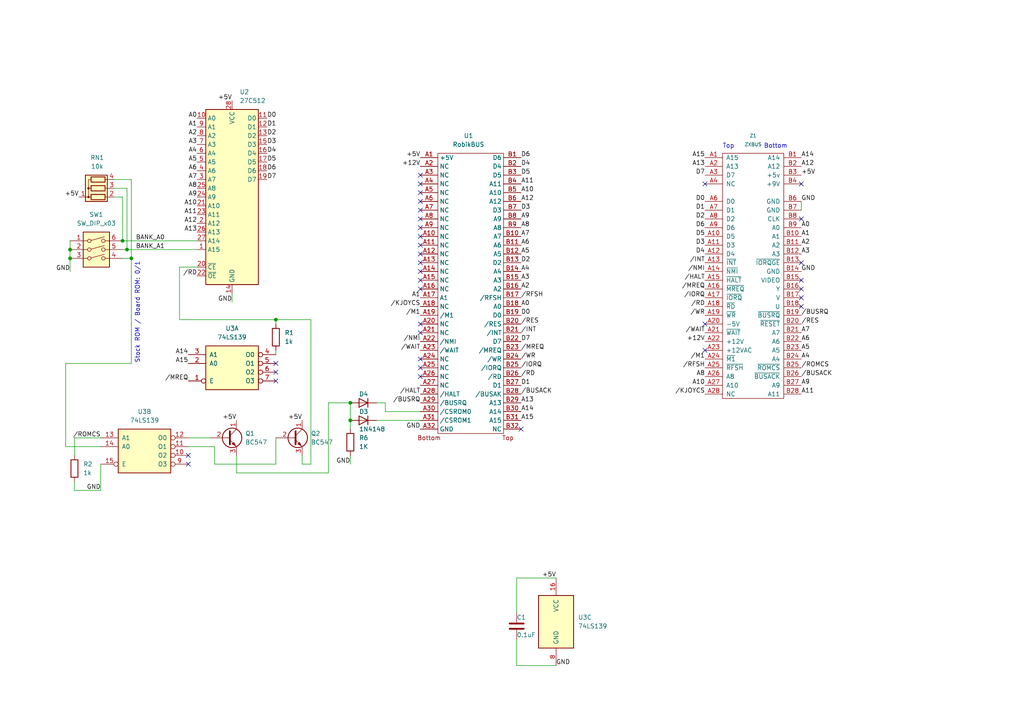
<source format=kicad_sch>
(kicad_sch (version 20230121) (generator eeschema)
  (paper "A4")
  (lib_symbols
    (symbol "74xx:74LS139" (pin_names (offset 1.016))
      (property "Reference" "U" (at -7.62 8.89 0))
      (property "Value" "74LS139" (at -7.62 -8.89 0))
      (symbol "74LS139_1_0"
        (pin input inverted (at -12.7 -5.08 0) (length 5.08) (name "E") (number "1"))
        (pin input line (at -12.7 0 0) (length 5.08) (name "A0") (number "2"))
        (pin input line (at -12.7 2.54 0) (length 5.08) (name "A1") (number "3"))
        (pin output inverted (at 12.7 2.54 180) (length 5.08) (name "O0") (number "4"))
        (pin output inverted (at 12.7 0 180) (length 5.08) (name "O1") (number "5"))
        (pin output inverted (at 12.7 -2.54 180) (length 5.08) (name "O2") (number "6"))
        (pin output inverted (at 12.7 -5.08 180) (length 5.08) (name "O3") (number "7"))
      )
      (symbol "74LS139_1_1"
        (rectangle (start -7.62 5.08) (end 7.62 -7.62) (stroke (width 0.254)) (fill (type background)))
      )
      (symbol "74LS139_2_0"
        (pin output inverted (at 12.7 -2.54 180) (length 5.08) (name "O2") (number "10"))
        (pin output inverted (at 12.7 0 180) (length 5.08) (name "O1") (number "11"))
        (pin output inverted (at 12.7 2.54 180) (length 5.08) (name "O0") (number "12"))
        (pin input line (at -12.7 2.54 0) (length 5.08) (name "A1") (number "13"))
        (pin input line (at -12.7 0 0) (length 5.08) (name "A0") (number "14"))
        (pin input inverted (at -12.7 -5.08 0) (length 5.08) (name "E") (number "15"))
        (pin output inverted (at 12.7 -5.08 180) (length 5.08) (name "O3") (number "9"))
      )
      (symbol "74LS139_2_1"
        (rectangle (start -7.62 5.08) (end 7.62 -7.62) (stroke (width 0.254)) (fill (type background)))
      )
      (symbol "74LS139_3_0"
        (pin power_in line (at 0 12.7 270) (length 5.08) (name "VCC") (number "16"))
        (pin power_in line (at 0 -12.7 90) (length 5.08) (name "GND") (number "8"))
      )
      (symbol "74LS139_3_1"
        (rectangle (start -5.08 7.62) (end 5.08 -7.62) (stroke (width 0.254)) (fill (type background)))
      )
    )
    (symbol "Device:C" (pin_numbers hide) (pin_names (offset 0.254))
      (property "Reference" "C" (at 0.635 2.54 0))
      (property "Value" "C" (at 0.635 -2.54 0))
      (symbol "C_0_1"
        (polyline (pts (xy -2.032 -0.762) (xy 2.032 -0.762)) (stroke (width 0.508)))
        (polyline (pts (xy -2.032 0.762) (xy 2.032 0.762)) (stroke (width 0.508)))
      )
      (symbol "C_1_1"
        (pin passive line (at 0 3.81 270) (length 2.794) (name "~") (number "1"))
        (pin passive line (at 0 -3.81 90) (length 2.794) (name "~") (number "2"))
      )
    )
    (symbol "Device:R" (pin_numbers hide) (pin_names (offset 0))
      (property "Reference" "R" (at 2.032 0 90))
      (property "Value" "R" (at 0 0 90))
      (symbol "R_0_1"
        (rectangle (start -1.016 -2.54) (end 1.016 2.54) (stroke (width 0.254)))
      )
      (symbol "R_1_1"
        (pin passive line (at 0 3.81 270) (length 1.27) (name "~") (number "1"))
        (pin passive line (at 0 -3.81 90) (length 1.27) (name "~") (number "2"))
      )
    )
    (symbol "Device:R_Network03" (pin_names (offset 0) hide)
      (property "Reference" "RN" (at -5.08 0 90))
      (property "Value" "R_Network03" (at 5.08 0 90))
      (symbol "R_Network03_0_1"
        (rectangle (start -3.81 -3.175) (end 3.81 3.175) (stroke (width 0.254)) (fill (type background)))
        (rectangle (start -3.302 1.524) (end -1.778 -2.54) (stroke (width 0.254)))
        (circle (center -2.54 2.286) (radius 0.254) (fill (type outline)))
        (rectangle (start -0.762 1.524) (end 0.762 -2.54) (stroke (width 0.254)))
        (polyline (pts (xy -2.54 -2.54) (xy -2.54 -3.81)))
        (polyline (pts (xy 0 -2.54) (xy 0 -3.81)))
        (polyline (pts (xy 2.54 -2.54) (xy 2.54 -3.81)))
        (polyline (pts (xy -2.54 1.524) (xy -2.54 2.286) (xy 0 2.286) (xy 0 1.524)))
        (polyline (pts (xy 0 1.524) (xy 0 2.286) (xy 2.54 2.286) (xy 2.54 1.524)))
        (circle (center 0 2.286) (radius 0.254) (fill (type outline)))
        (rectangle (start 1.778 1.524) (end 3.302 -2.54) (stroke (width 0.254)))
      )
      (symbol "R_Network03_1_1"
        (pin passive line (at -2.54 5.08 270) (length 2.54) (name "common") (number "1"))
        (pin passive line (at -2.54 -5.08 90) (length 1.27) (name "R1") (number "2"))
        (pin passive line (at 0 -5.08 90) (length 1.27) (name "R2") (number "3"))
        (pin passive line (at 2.54 -5.08 90) (length 1.27) (name "R3") (number "4"))
      )
    )
    (symbol "Diode:1N4148" (pin_numbers hide) (pin_names hide)
      (property "Reference" "D" (at 0 2.54 0))
      (property "Value" "1N4148" (at 0 -2.54 0))
      (symbol "1N4148_0_1"
        (polyline (pts (xy -1.27 1.27) (xy -1.27 -1.27)) (stroke (width 0.254)))
        (polyline (pts (xy 1.27 0) (xy -1.27 0)))
        (polyline (pts (xy 1.27 1.27) (xy 1.27 -1.27) (xy -1.27 0) (xy 1.27 1.27)) (stroke (width 0.254)))
      )
      (symbol "1N4148_1_1"
        (pin passive line (at -3.81 0 0) (length 2.54) (name "K") (number "1"))
        (pin passive line (at 3.81 0 180) (length 2.54) (name "A") (number "2"))
      )
    )
    (symbol "Memory_EPROM:27C512"
      (property "Reference" "U" (at -7.62 26.67 0))
      (property "Value" "27C512" (at 2.54 -26.67 0))
      (symbol "27C512_1_1"
        (rectangle (start -7.62 25.4) (end 7.62 -25.4) (stroke (width 0.254)) (fill (type background)))
        (pin input line (at -10.16 -15.24 0) (length 2.54) (name "A15") (number "1"))
        (pin input line (at -10.16 22.86 0) (length 2.54) (name "A0") (number "10"))
        (pin tri_state line (at 10.16 22.86 180) (length 2.54) (name "D0") (number "11"))
        (pin tri_state line (at 10.16 20.32 180) (length 2.54) (name "D1") (number "12"))
        (pin tri_state line (at 10.16 17.78 180) (length 2.54) (name "D2") (number "13"))
        (pin power_in line (at 0 -27.94 90) (length 2.54) (name "GND") (number "14"))
        (pin tri_state line (at 10.16 15.24 180) (length 2.54) (name "D3") (number "15"))
        (pin tri_state line (at 10.16 12.7 180) (length 2.54) (name "D4") (number "16"))
        (pin tri_state line (at 10.16 10.16 180) (length 2.54) (name "D5") (number "17"))
        (pin tri_state line (at 10.16 7.62 180) (length 2.54) (name "D6") (number "18"))
        (pin tri_state line (at 10.16 5.08 180) (length 2.54) (name "D7") (number "19"))
        (pin input line (at -10.16 -7.62 0) (length 2.54) (name "A12") (number "2"))
        (pin input line (at -10.16 -20.32 0) (length 2.54) (name "~{CE}") (number "20"))
        (pin input line (at -10.16 -2.54 0) (length 2.54) (name "A10") (number "21"))
        (pin input line (at -10.16 -22.86 0) (length 2.54) (name "~{OE}") (number "22"))
        (pin input line (at -10.16 -5.08 0) (length 2.54) (name "A11") (number "23"))
        (pin input line (at -10.16 0 0) (length 2.54) (name "A9") (number "24"))
        (pin input line (at -10.16 2.54 0) (length 2.54) (name "A8") (number "25"))
        (pin input line (at -10.16 -10.16 0) (length 2.54) (name "A13") (number "26"))
        (pin input line (at -10.16 -12.7 0) (length 2.54) (name "A14") (number "27"))
        (pin power_in line (at 0 27.94 270) (length 2.54) (name "VCC") (number "28"))
        (pin input line (at -10.16 5.08 0) (length 2.54) (name "A7") (number "3"))
        (pin input line (at -10.16 7.62 0) (length 2.54) (name "A6") (number "4"))
        (pin input line (at -10.16 10.16 0) (length 2.54) (name "A5") (number "5"))
        (pin input line (at -10.16 12.7 0) (length 2.54) (name "A4") (number "6"))
        (pin input line (at -10.16 15.24 0) (length 2.54) (name "A3") (number "7"))
        (pin input line (at -10.16 17.78 0) (length 2.54) (name "A2") (number "8"))
        (pin input line (at -10.16 20.32 0) (length 2.54) (name "A1") (number "9"))
      )
    )
    (symbol "Switch:SW_DIP_x03" (pin_names (offset 0) hide)
      (property "Reference" "SW" (at 0 8.89 0))
      (property "Value" "SW_DIP_x03" (at 0 -3.81 0))
      (symbol "SW_DIP_x03_0_0"
        (circle (center -2.032 0) (radius 0.508))
        (circle (center -2.032 2.54) (radius 0.508))
        (circle (center -2.032 5.08) (radius 0.508))
        (polyline (pts (xy -1.524 0.127) (xy 2.3622 1.1684)))
        (polyline (pts (xy -1.524 2.667) (xy 2.3622 3.7084)))
        (polyline (pts (xy -1.524 5.207) (xy 2.3622 6.2484)))
        (circle (center 2.032 0) (radius 0.508))
        (circle (center 2.032 2.54) (radius 0.508))
        (circle (center 2.032 5.08) (radius 0.508))
      )
      (symbol "SW_DIP_x03_0_1"
        (rectangle (start -3.81 7.62) (end 3.81 -2.54) (stroke (width 0.254)) (fill (type background)))
      )
      (symbol "SW_DIP_x03_1_1"
        (pin passive line (at -7.62 5.08 0) (length 5.08) (name "~") (number "1"))
        (pin passive line (at -7.62 2.54 0) (length 5.08) (name "~") (number "2"))
        (pin passive line (at -7.62 0 0) (length 5.08) (name "~") (number "3"))
        (pin passive line (at 7.62 0 180) (length 5.08) (name "~") (number "4"))
        (pin passive line (at 7.62 2.54 180) (length 5.08) (name "~") (number "5"))
        (pin passive line (at 7.62 5.08 180) (length 5.08) (name "~") (number "6"))
      )
    )
    (symbol "Transistor_BJT:BC547" (pin_names (offset 0) hide)
      (property "Reference" "Q" (at 5.08 1.905 0))
      (property "Value" "BC547" (at 5.08 0 0))
      (symbol "BC547_0_1"
        (polyline (pts (xy 0 0) (xy 0.635 0)))
        (polyline (pts (xy 0.635 0.635) (xy 2.54 2.54)))
        (polyline (pts (xy 0.635 -0.635) (xy 2.54 -2.54) (xy 2.54 -2.54)))
        (polyline (pts (xy 0.635 1.905) (xy 0.635 -1.905) (xy 0.635 -1.905)) (stroke (width 0.508)))
        (polyline (pts (xy 1.27 -1.778) (xy 1.778 -1.27) (xy 2.286 -2.286) (xy 1.27 -1.778) (xy 1.27 -1.778)) (fill (type outline)))
        (circle (center 1.27 0) (radius 2.8194) (stroke (width 0.254)))
      )
      (symbol "BC547_1_1"
        (pin passive line (at 2.54 5.08 270) (length 2.54) (name "C") (number "1"))
        (pin input line (at -5.08 0 0) (length 5.08) (name "B") (number "2"))
        (pin passive line (at 2.54 -5.08 90) (length 2.54) (name "E") (number "3"))
      )
    )
    (symbol "ZXBUS:ZXBUS" (pin_names (offset 1.016))
      (property "Reference" "Z" (at 0 83.82 0))
      (property "Value" "ZXBUS" (at 0 86.36 0))
      (symbol "ZXBUS_0_0"
        (rectangle (start 0 82.55) (end 17.78 11.43))
      )
      (symbol "ZXBUS_1_1"
        (pin input line (at -5.08 81.28 0) (length 5.08) (name "A15") (number "A1"))
        (pin input line (at -5.08 58.42 0) (length 5.08) (name "D5") (number "A10"))
        (pin input line (at -5.08 55.88 0) (length 5.08) (name "D3") (number "A11"))
        (pin input line (at -5.08 53.34 0) (length 5.08) (name "D4") (number "A12"))
        (pin input line (at -5.08 50.8 0) (length 5.08) (name "~{INT}") (number "A13"))
        (pin input line (at -5.08 48.26 0) (length 5.08) (name "~{NMI}") (number "A14"))
        (pin input line (at -5.08 45.72 0) (length 5.08) (name "~{HALT}") (number "A15"))
        (pin input line (at -5.08 43.18 0) (length 5.08) (name "~{MREQ}") (number "A16"))
        (pin input line (at -5.08 40.64 0) (length 5.08) (name "~{IORQ}") (number "A17"))
        (pin input line (at -5.08 38.1 0) (length 5.08) (name "~{RD}") (number "A18"))
        (pin input line (at -5.08 35.56 0) (length 5.08) (name "~{WR}") (number "A19"))
        (pin input line (at -5.08 78.74 0) (length 5.08) (name "A13") (number "A2"))
        (pin input line (at -5.08 33.02 0) (length 5.08) (name "-5V") (number "A20"))
        (pin input line (at -5.08 30.48 0) (length 5.08) (name "~{WAIT}") (number "A21"))
        (pin input line (at -5.08 27.94 0) (length 5.08) (name "+12V") (number "A22"))
        (pin input line (at -5.08 25.4 0) (length 5.08) (name "+12VAC") (number "A23"))
        (pin input line (at -5.08 22.86 0) (length 5.08) (name "~{M1}") (number "A24"))
        (pin input line (at -5.08 20.32 0) (length 5.08) (name "~{RFSH}") (number "A25"))
        (pin input line (at -5.08 17.78 0) (length 5.08) (name "A8") (number "A26"))
        (pin input line (at -5.08 15.24 0) (length 5.08) (name "A10") (number "A27"))
        (pin input line (at -5.08 12.7 0) (length 5.08) (name "NC") (number "A28"))
        (pin input line (at -5.08 76.2 0) (length 5.08) (name "D7") (number "A3"))
        (pin input line (at -5.08 73.66 0) (length 5.08) (name "NC") (number "A4"))
        (pin input line (at -5.08 68.58 0) (length 5.08) (name "D0") (number "A6"))
        (pin input line (at -5.08 66.04 0) (length 5.08) (name "D1") (number "A7"))
        (pin input line (at -5.08 63.5 0) (length 5.08) (name "D2") (number "A8"))
        (pin input line (at -5.08 60.96 0) (length 5.08) (name "D6") (number "A9"))
        (pin input line (at 22.86 81.28 180) (length 5.08) (name "A14") (number "B1"))
        (pin input line (at 22.86 58.42 180) (length 5.08) (name "A1") (number "B10"))
        (pin input line (at 22.86 55.88 180) (length 5.08) (name "A2") (number "B11"))
        (pin input line (at 22.86 53.34 180) (length 5.08) (name "A3") (number "B12"))
        (pin input line (at 22.86 50.8 180) (length 5.08) (name "~{IORQGE}") (number "B13"))
        (pin input line (at 22.86 48.26 180) (length 5.08) (name "GND") (number "B14"))
        (pin input line (at 22.86 45.72 180) (length 5.08) (name "VIDEO") (number "B15"))
        (pin input line (at 22.86 43.18 180) (length 5.08) (name "Y") (number "B16"))
        (pin input line (at 22.86 40.64 180) (length 5.08) (name "V") (number "B17"))
        (pin input line (at 22.86 38.1 180) (length 5.08) (name "U") (number "B18"))
        (pin input line (at 22.86 35.56 180) (length 5.08) (name "~{BUSRQ}") (number "B19"))
        (pin input line (at 22.86 78.74 180) (length 5.08) (name "A12") (number "B2"))
        (pin input line (at 22.86 33.02 180) (length 5.08) (name "~{RESET}") (number "B20"))
        (pin input line (at 22.86 30.48 180) (length 5.08) (name "A7") (number "B21"))
        (pin input line (at 22.86 27.94 180) (length 5.08) (name "A6") (number "B22"))
        (pin input line (at 22.86 25.4 180) (length 5.08) (name "A5") (number "B23"))
        (pin input line (at 22.86 22.86 180) (length 5.08) (name "A4") (number "B24"))
        (pin input line (at 22.86 20.32 180) (length 5.08) (name "~{ROMCS}") (number "B25"))
        (pin input line (at 22.86 17.78 180) (length 5.08) (name "~{BUSACK}") (number "B26"))
        (pin input line (at 22.86 15.24 180) (length 5.08) (name "A9") (number "B27"))
        (pin input line (at 22.86 12.7 180) (length 5.08) (name "A11") (number "B28"))
        (pin input line (at 22.86 76.2 180) (length 5.08) (name "+5v") (number "B3"))
        (pin input line (at 22.86 73.66 180) (length 5.08) (name "+9V") (number "B4"))
        (pin input line (at 22.86 68.58 180) (length 5.08) (name "GND") (number "B6"))
        (pin input line (at 22.86 66.04 180) (length 5.08) (name "GND") (number "B7"))
        (pin input line (at 22.86 63.5 180) (length 5.08) (name "CLK") (number "B8"))
        (pin input line (at 22.86 60.96 180) (length 5.08) (name "A0") (number "B9"))
      )
    )
    (symbol "robikbus:RobikBUS"
      (property "Reference" "U" (at 19.05 86.36 0))
      (symbol "RobikBUS_0_1"
        (rectangle (start 17.78 83.82) (end 36.83 2.54))
      )
      (symbol "RobikBUS_1_1"
        (text "Bottom" (at 15.24 1.27 0) (effects (font (size 1.27 1.27))))
        (text "Top" (at 38.1 1.27 0) (effects (font (size 1.27 1.27))))
        (pin power_out line (at 12.7 82.55 0) (length 5.08) (name "+5V") (number "A1"))
        (pin free line (at 12.7 59.69 0) (length 5.08) (name "NC") (number "A10"))
        (pin free line (at 12.7 57.15 0) (length 5.08) (name "NC") (number "A11"))
        (pin free line (at 12.7 54.61 0) (length 5.08) (name "NC") (number "A12"))
        (pin free line (at 12.7 52.07 0) (length 5.08) (name "NC") (number "A13"))
        (pin free line (at 12.7 49.53 0) (length 5.08) (name "NC") (number "A14"))
        (pin free line (at 12.7 46.99 0) (length 5.08) (name "NC") (number "A15"))
        (pin free line (at 12.7 44.45 0) (length 5.08) (name "NC") (number "A16"))
        (pin output line (at 12.7 41.91 0) (length 5.08) (name "A1") (number "A17"))
        (pin free line (at 12.7 39.37 0) (length 5.08) (name "NC") (number "A18"))
        (pin output line (at 12.7 36.83 0) (length 5.08) (name "/M1") (number "A19"))
        (pin free line (at 12.7 80.01 0) (length 5.08) (name "NC") (number "A2"))
        (pin free line (at 12.7 34.29 0) (length 5.08) (name "NC") (number "A20"))
        (pin free line (at 12.7 31.75 0) (length 5.08) (name "NC") (number "A21"))
        (pin input line (at 12.7 29.21 0) (length 5.08) (name "/NMI") (number "A22"))
        (pin output line (at 12.7 26.67 0) (length 5.08) (name "/WAIT") (number "A23"))
        (pin free line (at 12.7 24.13 0) (length 5.08) (name "NC") (number "A24"))
        (pin free line (at 12.7 21.59 0) (length 5.08) (name "NC") (number "A25"))
        (pin free line (at 12.7 19.05 0) (length 5.08) (name "NC") (number "A26"))
        (pin input line (at 12.7 16.51 0) (length 5.08) (name "NC") (number "A27"))
        (pin output line (at 12.7 13.97 0) (length 5.08) (name "/HALT") (number "A28"))
        (pin input line (at 12.7 11.43 0) (length 5.08) (name "/BUSRQ") (number "A29"))
        (pin free line (at 12.7 77.47 0) (length 5.08) (name "NC") (number "A3"))
        (pin input line (at 12.7 8.89 0) (length 5.08) (name "/CSROM0") (number "A30"))
        (pin input line (at 12.7 6.35 0) (length 5.08) (name "/CSROM1") (number "A31"))
        (pin power_out line (at 12.7 3.81 0) (length 5.08) (name "GND") (number "A32"))
        (pin free line (at 12.7 74.93 0) (length 5.08) (name "NC") (number "A4"))
        (pin free line (at 12.7 72.39 0) (length 5.08) (name "NC") (number "A5"))
        (pin free line (at 12.7 69.85 0) (length 5.08) (name "NC") (number "A6"))
        (pin free line (at 12.7 67.31 0) (length 5.08) (name "NC") (number "A7"))
        (pin free line (at 12.7 64.77 0) (length 5.08) (name "NC") (number "A8"))
        (pin free line (at 12.7 62.23 0) (length 5.08) (name "NC") (number "A9"))
        (pin bidirectional line (at 41.91 82.55 180) (length 5.08) (name "D6") (number "B1"))
        (pin input line (at 41.91 59.69 180) (length 5.08) (name "A7") (number "B10"))
        (pin input line (at 41.91 57.15 180) (length 5.08) (name "A6") (number "B11"))
        (pin input line (at 41.91 54.61 180) (length 5.08) (name "A5") (number "B12"))
        (pin bidirectional line (at 41.91 52.07 180) (length 5.08) (name "D2") (number "B13"))
        (pin input line (at 41.91 49.53 180) (length 5.08) (name "A4") (number "B14"))
        (pin input line (at 41.91 46.99 180) (length 5.08) (name "A3") (number "B15"))
        (pin input line (at 41.91 44.45 180) (length 5.08) (name "A2") (number "B16"))
        (pin output line (at 41.91 41.91 180) (length 5.08) (name "/RFSH") (number "B17"))
        (pin input line (at 41.91 39.37 180) (length 5.08) (name "A0") (number "B18"))
        (pin bidirectional line (at 41.91 36.83 180) (length 5.08) (name "D0") (number "B19"))
        (pin bidirectional line (at 41.91 80.01 180) (length 5.08) (name "D4") (number "B2"))
        (pin input line (at 41.91 34.29 180) (length 5.08) (name "/RES") (number "B20"))
        (pin bidirectional line (at 41.91 31.75 180) (length 5.08) (name "/INT") (number "B21"))
        (pin bidirectional line (at 41.91 29.21 180) (length 5.08) (name "D7") (number "B22"))
        (pin output line (at 41.91 26.67 180) (length 5.08) (name "/MREQ") (number "B23"))
        (pin output line (at 41.91 24.13 180) (length 5.08) (name "/WR") (number "B24"))
        (pin output line (at 41.91 21.59 180) (length 5.08) (name "/IORQ") (number "B25"))
        (pin output line (at 41.91 19.05 180) (length 5.08) (name "/RD") (number "B26"))
        (pin bidirectional line (at 41.91 16.51 180) (length 5.08) (name "D1") (number "B27"))
        (pin output line (at 41.91 13.97 180) (length 5.08) (name "/BUSAK") (number "B28"))
        (pin input line (at 41.91 11.43 180) (length 5.08) (name "A13") (number "B29"))
        (pin bidirectional line (at 41.91 77.47 180) (length 5.08) (name "D5") (number "B3"))
        (pin input line (at 41.91 8.89 180) (length 5.08) (name "A14") (number "B30"))
        (pin input line (at 41.91 6.35 180) (length 5.08) (name "A15") (number "B31"))
        (pin free line (at 41.91 3.81 180) (length 5.08) (name "NC") (number "B32"))
        (pin input line (at 41.91 74.93 180) (length 5.08) (name "A11") (number "B4"))
        (pin input line (at 41.91 72.39 180) (length 5.08) (name "A10") (number "B5"))
        (pin input line (at 41.91 69.85 180) (length 5.08) (name "A12") (number "B6"))
        (pin bidirectional line (at 41.91 67.31 180) (length 5.08) (name "D3") (number "B7"))
        (pin input line (at 41.91 64.77 180) (length 5.08) (name "A9") (number "B8"))
        (pin input line (at 41.91 62.23 180) (length 5.08) (name "A8") (number "B9"))
      )
    )
  )
  (junction (at 20.32 74.93))
  (junction (at 101.6 116.84))
  (junction (at 36.83 72.39))
  (junction (at 101.6 121.92))
  (junction (at 80.01 92.71))
  (junction (at 20.32 72.39))
  (junction (at 38.1 74.93))
  (junction (at 35.56 69.85))
  (no_connect (at 204.47 53.34))
  (no_connect (at 232.41 83.82))
  (no_connect (at 121.92 60.96))
  (no_connect (at 80.01 107.95))
  (no_connect (at 232.41 76.2))
  (no_connect (at 121.92 109.22))
  (no_connect (at 121.92 78.74))
  (no_connect (at 232.41 63.5))
  (no_connect (at 121.92 58.42))
  (no_connect (at 232.41 88.9))
  (no_connect (at 121.92 83.82))
  (no_connect (at 121.92 93.98))
  (no_connect (at 80.01 110.49))
  (no_connect (at 121.92 68.58))
  (no_connect (at 121.92 50.8))
  (no_connect (at 121.92 76.2))
  (no_connect (at 121.92 55.88))
  (no_connect (at 121.92 73.66))
  (no_connect (at 232.41 81.28))
  (no_connect (at 151.13 124.46))
  (no_connect (at 121.92 53.34))
  (no_connect (at 80.01 105.41))
  (no_connect (at 232.41 86.36))
  (no_connect (at 232.41 53.34))
  (no_connect (at 121.92 96.52))
  (no_connect (at 121.92 104.14))
  (no_connect (at 121.92 71.12))
  (no_connect (at 121.92 63.5))
  (no_connect (at 121.92 106.68))
  (no_connect (at 204.47 101.6))
  (no_connect (at 54.61 134.62))
  (no_connect (at 121.92 66.04))
  (no_connect (at 204.47 93.98))
  (no_connect (at 54.61 132.08))
  (no_connect (at 121.92 81.28))
  (wire (pts (xy 68.58 132.08) (xy 68.58 137.16)))
  (wire (pts (xy 54.61 129.54) (xy 62.23 129.54)))
  (wire (pts (xy 80.01 101.6) (xy 80.01 102.87)))
  (wire (pts (xy 20.32 69.85) (xy 20.32 72.39)))
  (wire (pts (xy 149.86 177.8) (xy 149.86 167.64)))
  (wire (pts (xy 101.6 121.92) (xy 101.6 124.46)))
  (wire (pts (xy 90.17 134.62) (xy 90.17 92.71)))
  (wire (pts (xy 33.02 52.07) (xy 38.1 52.07)))
  (wire (pts (xy 111.76 116.84) (xy 111.76 119.38)))
  (wire (pts (xy 33.02 57.15) (xy 35.56 57.15)))
  (wire (pts (xy 38.1 52.07) (xy 38.1 74.93)))
  (wire (pts (xy 67.31 87.63) (xy 67.31 85.09)))
  (wire (pts (xy 149.86 185.42) (xy 149.86 193.04)))
  (wire (pts (xy 36.83 72.39) (xy 57.15 72.39)))
  (wire (pts (xy 95.25 137.16) (xy 95.25 116.84)))
  (wire (pts (xy 62.23 134.62) (xy 80.01 134.62)))
  (wire (pts (xy 21.59 127) (xy 29.21 127)))
  (wire (pts (xy 29.21 142.24) (xy 21.59 142.24)))
  (wire (pts (xy 87.63 132.08) (xy 87.63 134.62)))
  (wire (pts (xy 90.17 92.71) (xy 80.01 92.71)))
  (wire (pts (xy 36.83 54.61) (xy 36.83 72.39)))
  (wire (pts (xy 35.56 69.85) (xy 57.15 69.85)))
  (wire (pts (xy 20.32 74.93) (xy 20.32 78.74)))
  (wire (pts (xy 80.01 134.62) (xy 80.01 127)))
  (wire (pts (xy 101.6 134.62) (xy 101.6 132.08)))
  (wire (pts (xy 111.76 116.84) (xy 109.22 116.84)))
  (wire (pts (xy 95.25 116.84) (xy 101.6 116.84)))
  (wire (pts (xy 38.1 74.93) (xy 38.1 105.41)))
  (wire (pts (xy 29.21 134.62) (xy 29.21 142.24)))
  (wire (pts (xy 33.02 54.61) (xy 36.83 54.61)))
  (wire (pts (xy 57.15 77.47) (xy 52.07 77.47)))
  (wire (pts (xy 20.32 72.39) (xy 20.32 74.93)))
  (wire (pts (xy 35.56 72.39) (xy 36.83 72.39)))
  (wire (pts (xy 149.86 193.04) (xy 161.29 193.04)))
  (wire (pts (xy 21.59 142.24) (xy 21.59 139.7)))
  (wire (pts (xy 68.58 137.16) (xy 95.25 137.16)))
  (wire (pts (xy 109.22 121.92) (xy 121.92 121.92)))
  (wire (pts (xy 21.59 127) (xy 21.59 132.08)))
  (wire (pts (xy 35.56 57.15) (xy 35.56 69.85)))
  (wire (pts (xy 232.41 58.42) (xy 232.41 60.96)))
  (wire (pts (xy 80.01 92.71) (xy 80.01 93.98)))
  (wire (pts (xy 87.63 134.62) (xy 90.17 134.62)))
  (wire (pts (xy 52.07 92.71) (xy 80.01 92.71)))
  (wire (pts (xy 101.6 116.84) (xy 101.6 121.92)))
  (wire (pts (xy 38.1 74.93) (xy 35.56 74.93)))
  (wire (pts (xy 149.86 167.64) (xy 161.29 167.64)))
  (wire (pts (xy 52.07 77.47) (xy 52.07 92.71)))
  (wire (pts (xy 19.05 105.41) (xy 19.05 129.54)))
  (wire (pts (xy 62.23 129.54) (xy 62.23 134.62)))
  (wire (pts (xy 111.76 119.38) (xy 121.92 119.38)))
  (wire (pts (xy 19.05 129.54) (xy 29.21 129.54)))
  (wire (pts (xy 54.61 127) (xy 60.96 127)))
  (wire (pts (xy 38.1 105.41) (xy 19.05 105.41)))
  (text "Stock ROM / Board ROM: 0/1 " (at 40.64 105.41 90) (effects (font (size 1.27 1.27)) (justify left bottom)))
  (text "Top         Bottom" (at 209.55 43.18 0) (effects (font (size 1.27 1.27)) (justify left bottom)))
  (label "GND" (at 29.21 142.24 180))
  (label "A1" (at 232.41 68.58 0))
  (label "{slash}KJOYCS" (at 204.47 114.3 180))
  (label "{slash}HALT" (at 204.47 81.28 180))
  (label "+5V" (at 22.86 57.15 180))
  (label "{slash}MREQ" (at 151.13 101.6 0))
  (label "{slash}BUSRQ" (at 121.92 116.84 180))
  (label "{slash}NMI" (at 121.92 99.06 180))
  (label "A10" (at 57.15 59.69 180))
  (label "GND" (at 232.41 78.74 0))
  (label "A15" (at 54.61 105.41 180))
  (label "{slash}WR" (at 151.13 104.14 0))
  (label "GND" (at 161.29 193.04 0))
  (label "D5" (at 77.47 46.99 0))
  (label "A3" (at 151.13 81.28 0))
  (label "D2" (at 151.13 76.2 0))
  (label "{slash}INT" (at 204.47 76.2 180))
  (label "D3" (at 151.13 60.96 0))
  (label "D1" (at 77.47 36.83 0))
  (label "D0" (at 151.13 91.44 0))
  (label "+12V" (at 204.47 99.06 180))
  (label "D7" (at 151.13 99.06 0))
  (label "A5" (at 57.15 46.99 180))
  (label "{slash}RFSH" (at 151.13 86.36 0))
  (label "{slash}RFSH" (at 204.47 106.68 180))
  (label "A4" (at 232.41 104.14 0))
  (label "D2" (at 77.47 39.37 0))
  (label "{slash}NMI" (at 204.47 78.74 180))
  (label "A12" (at 57.15 64.77 180))
  (label "A14" (at 54.61 102.87 180))
  (label "A3" (at 57.15 41.91 180))
  (label "{slash}KJOYCS" (at 121.92 88.9 180))
  (label "A8" (at 151.13 66.04 0))
  (label "D4" (at 77.47 44.45 0))
  (label "A2" (at 232.41 71.12 0))
  (label "A7" (at 232.41 96.52 0))
  (label "{slash}BUSACK" (at 151.13 114.3 0))
  (label "D6" (at 77.47 49.53 0))
  (label "GND" (at 67.31 87.63 180))
  (label "+5V" (at 68.58 121.92 180))
  (label "A13" (at 204.47 48.26 180))
  (label "A2" (at 151.13 83.82 0))
  (label "{slash}M1" (at 204.47 104.14 180))
  (label "{slash}BUSRQ" (at 232.41 91.44 0))
  (label "A8" (at 57.15 54.61 180))
  (label "D6" (at 151.13 45.72 0))
  (label "D7" (at 204.47 50.8 180))
  (label "{slash}IORQ" (at 151.13 106.68 0))
  (label "{slash}RD" (at 151.13 109.22 0))
  (label "+5V" (at 87.63 121.92 180))
  (label "A11" (at 232.41 114.3 0))
  (label "D2" (at 204.47 63.5 180))
  (label "A0" (at 151.13 88.9 0))
  (label "D1" (at 151.13 111.76 0))
  (label "A12" (at 232.41 48.26 0))
  (label "D3" (at 77.47 41.91 0))
  (label "A9" (at 57.15 57.15 180))
  (label "A15" (at 151.13 121.92 0))
  (label "D6" (at 204.47 66.04 180))
  (label "A6" (at 57.15 49.53 180))
  (label "D0" (at 77.47 34.29 0))
  (label "{slash}RES" (at 232.41 93.98 0))
  (label "{slash}HALT" (at 121.92 114.3 180))
  (label "GND" (at 232.41 58.42 0))
  (label "A5" (at 151.13 73.66 0))
  (label "A11" (at 151.13 53.34 0))
  (label "{slash}ROMCS" (at 232.41 106.68 0))
  (label "GND" (at 20.32 78.74 180))
  (label "A12" (at 151.13 58.42 0))
  (label "{slash}WAIT" (at 204.47 96.52 180))
  (label "D0" (at 204.47 58.42 180))
  (label "A14" (at 151.13 119.38 0))
  (label "A0" (at 57.15 34.29 180))
  (label "{slash}WR" (at 204.47 91.44 180))
  (label "D7" (at 77.47 52.07 0))
  (label "BANK_A1" (at 39.37 72.39 0))
  (label "A13" (at 151.13 116.84 0))
  (label "A4" (at 57.15 44.45 180))
  (label "D5" (at 204.47 68.58 180))
  (label "A10" (at 204.47 111.76 180))
  (label "A10" (at 151.13 55.88 0))
  (label "A15" (at 204.47 45.72 180))
  (label "+5V" (at 121.92 45.72 180))
  (label "A4" (at 151.13 78.74 0))
  (label "A6" (at 232.41 99.06 0))
  (label "+12V" (at 121.92 48.26 180))
  (label "D4" (at 204.47 73.66 180))
  (label "+5V" (at 67.31 29.21 180))
  (label "A11" (at 57.15 62.23 180))
  (label "{slash}MREQ" (at 54.61 110.49 180))
  (label "A1" (at 57.15 36.83 180))
  (label "{slash}RD" (at 204.47 88.9 180))
  (label "D4" (at 151.13 48.26 0))
  (label "+5V" (at 232.41 50.8 0))
  (label "D1" (at 204.47 60.96 180))
  (label "A9" (at 232.41 111.76 0))
  (label "A6" (at 151.13 71.12 0))
  (label "{slash}IORQ" (at 204.47 86.36 180))
  (label "{slash}M1" (at 121.92 91.44 180))
  (label "{slash}RES" (at 151.13 93.98 0))
  (label "{slash}WAIT" (at 121.92 101.6 180))
  (label "A5" (at 232.41 101.6 0))
  (label "BANK_A0" (at 39.37 69.85 0))
  (label "D3" (at 204.47 71.12 180))
  (label "A2" (at 57.15 39.37 180))
  (label "A7" (at 151.13 68.58 0))
  (label "{slash}ROMCS" (at 29.21 127 180))
  (label "{slash}INT" (at 151.13 96.52 0))
  (label "{slash}BUSACK" (at 232.41 109.22 0))
  (label "GND" (at 121.92 124.46 180))
  (label "A8" (at 204.47 109.22 180))
  (label "GND" (at 101.6 134.62 180))
  (label "A3" (at 232.41 73.66 0))
  (label "{slash}MREQ" (at 204.47 83.82 180))
  (label "A1" (at 121.92 86.36 180))
  (label "{slash}RD" (at 57.15 80.01 180))
  (label "+5V" (at 161.29 167.64 180))
  (label "A13" (at 57.15 67.31 180))
  (label "A7" (at 57.15 52.07 180))
  (label "D5" (at 151.13 50.8 0))
  (label "A0" (at 232.41 66.04 0))
  (label "A9" (at 151.13 63.5 0))
  (label "A14" (at 232.41 45.72 0))
  (symbol (lib_id "Memory_EPROM:27C512") (at 67.31 57.15 0) (unit 1)
    (property "Reference" "U2" (at 69.5041 26.67 0) (effects (justify left)))
    (property "Value" "27C512" (at 69.5041 29.21 0) (effects (justify left)))
    (property "Footprint" "Package_DIP:DIP-28_W15.24mm" (effects hide))
    (property "Datasheet" "http://ww1.microchip.com/downloads/en/DeviceDoc/doc0015.pdf" (effects hide))
  )
  (symbol (lib_id "Device:R") (at 80.01 97.79 0) (unit 1)
    (property "Reference" "R1" (at 82.55 96.52 0) (effects (justify left)))
    (property "Value" "1k" (at 82.55 99.06 0) (effects (justify left)))
    (property "Footprint" "Resistor_THT:R_Axial_DIN0204_L3.6mm_D1.6mm_P5.08mm_Vertical" (effects hide))
  )
  (symbol (lib_id "robikbus:RobikBUS") (at 109.22 128.27 0) (unit 1)
    (property "Reference" "U1" (at 135.89 39.37 0))
    (property "Value" "RobikBUS" (at 135.89 41.91 0))
    (property "Footprint" "RobikBUS:RobikBUS_VERT" (effects hide))
  )
  (symbol (lib_id "Transistor_BJT:BC547") (at 85.09 127 0) (unit 1)
    (property "Reference" "Q2" (at 90.17 125.73 0) (effects (justify left)))
    (property "Value" "BC547" (at 90.17 128.27 0) (effects (justify left)))
    (property "Footprint" "Package_TO_SOT_THT:TO-92_Inline_Wide" (effects hide))
    (property "Datasheet" "https://www.onsemi.com/pub/Collateral/BC550-D.pdf" (effects hide))
  )
  (symbol (lib_id "Device:R") (at 101.6 128.27 0) (unit 1)
    (property "Reference" "R6" (at 104.14 127 0) (effects (justify left)))
    (property "Value" "1K" (at 104.14 129.54 0) (effects (justify left)))
    (property "Footprint" "Resistor_THT:R_Axial_DIN0204_L3.6mm_D1.6mm_P5.08mm_Vertical" (effects hide))
  )
  (symbol (lib_id "Diode:1N4148") (at 105.41 121.92 180) (unit 1)
    (property "Reference" "D3" (at 104.14 119.38 0) (effects (justify right)))
    (property "Value" "1N4148" (at 104.14 124.46 0) (effects (justify right)))
    (property "Footprint" "Diode_THT:D_DO-35_SOD27_P7.62mm_Horizontal" (effects hide))
    (property "Datasheet" "https://assets.nexperia.com/documents/data-sheet/1N4148_1N4448.pdf" (effects hide))
    (property "Sim.Device" "D" (effects hide))
    (property "Sim.Pins" "1=K 2=A" (effects hide))
  )
  (symbol (lib_id "Device:R") (at 21.59 135.89 0) (unit 1)
    (property "Reference" "R2" (at 24.13 134.62 0) (effects (justify left)))
    (property "Value" "1k" (at 24.13 137.16 0) (effects (justify left)))
    (property "Footprint" "Resistor_THT:R_Axial_DIN0204_L3.6mm_D1.6mm_P5.08mm_Vertical" (effects hide))
  )
  (symbol (lib_id "74xx:74LS139") (at 67.31 105.41 0) (unit 1)
    (property "Reference" "U3" (at 67.31 95.25 0))
    (property "Value" "74LS139" (at 67.31 97.79 0))
    (property "Footprint" "Package_DIP:DIP-16_W7.62mm" (effects hide))
    (property "Datasheet" "http://www.ti.com/lit/ds/symlink/sn74ls139a.pdf" (effects hide))
  )
  (symbol (lib_id "Device:C") (at 149.86 181.61 0) (unit 1)
    (property "Reference" "C1" (at 149.86 179.07 0) (effects (justify left)))
    (property "Value" "0.1uF" (at 149.86 184.15 0) (effects (justify left)))
    (property "Footprint" "Capacitor_THT:C_Disc_D4.7mm_W2.5mm_P5.00mm" (effects hide))
  )
  (symbol (lib_id "ZXBUS:ZXBUS") (at 209.55 127 0) (unit 1)
    (property "Reference" "Z1" (at 218.44 39.37 0) (effects (font (size 0.9906 0.9906))))
    (property "Value" "ZXBUS" (at 218.44 41.91 0) (effects (font (size 0.9906 0.9906))))
    (property "Footprint" "RobikBUS:ZXBUS" (effects hide))
  )
  (symbol (lib_id "Device:R_Network03") (at 27.94 54.61 90) (unit 1)
    (property "Reference" "RN1" (at 28.194 45.72 90))
    (property "Value" "10k" (at 28.194 48.26 90))
    (property "Footprint" "Resistor_THT:R_Array_SIP4" (effects hide))
    (property "Datasheet" "http://www.vishay.com/docs/31509/csc.pdf" (effects hide))
  )
  (symbol (lib_id "74xx:74LS139") (at 161.29 180.34 0) (unit 3)
    (property "Reference" "U3" (at 167.64 179.07 0) (effects (justify left)))
    (property "Value" "74LS139" (at 167.64 181.61 0) (effects (justify left)))
    (property "Footprint" "Package_DIP:DIP-16_W7.62mm" (effects hide))
    (property "Datasheet" "http://www.ti.com/lit/ds/symlink/sn74ls139a.pdf" (effects hide))
  )
  (symbol (lib_id "Switch:SW_DIP_x03") (at 27.94 74.93 0) (unit 1)
    (property "Reference" "SW1" (at 27.94 62.23 0))
    (property "Value" "SW_DIP_x03" (at 27.94 64.77 0))
    (property "Footprint" "Package_DIP:DIP-6_W7.62mm" (effects hide))
  )
  (symbol (lib_id "Diode:1N4148") (at 105.41 116.84 180) (unit 1)
    (property "Reference" "D4" (at 104.14 114.3 0) (effects (justify right)))
    (property "Value" "1N4148" (effects hide))
    (property "Footprint" "Diode_THT:D_DO-35_SOD27_P7.62mm_Horizontal" (effects hide))
    (property "Datasheet" "https://assets.nexperia.com/documents/data-sheet/1N4148_1N4448.pdf" (effects hide))
    (property "Sim.Device" "D" (effects hide))
    (property "Sim.Pins" "1=K 2=A" (effects hide))
  )
  (symbol (lib_id "Transistor_BJT:BC547") (at 66.04 127 0) (unit 1)
    (property "Reference" "Q1" (at 71.12 125.73 0) (effects (justify left)))
    (property "Value" "BC547" (at 71.12 128.27 0) (effects (justify left)))
    (property "Footprint" "Package_TO_SOT_THT:TO-92_Inline_Wide" (effects hide))
    (property "Datasheet" "https://www.onsemi.com/pub/Collateral/BC550-D.pdf" (effects hide))
  )
  (symbol (lib_id "74xx:74LS139") (at 41.91 129.54 0) (unit 2)
    (property "Reference" "U3" (at 41.91 119.38 0))
    (property "Value" "74LS139" (at 41.91 121.92 0))
    (property "Footprint" "Package_DIP:DIP-16_W7.62mm" (effects hide))
    (property "Datasheet" "http://www.ti.com/lit/ds/symlink/sn74ls139a.pdf" (effects hide))
  )
)
</source>
